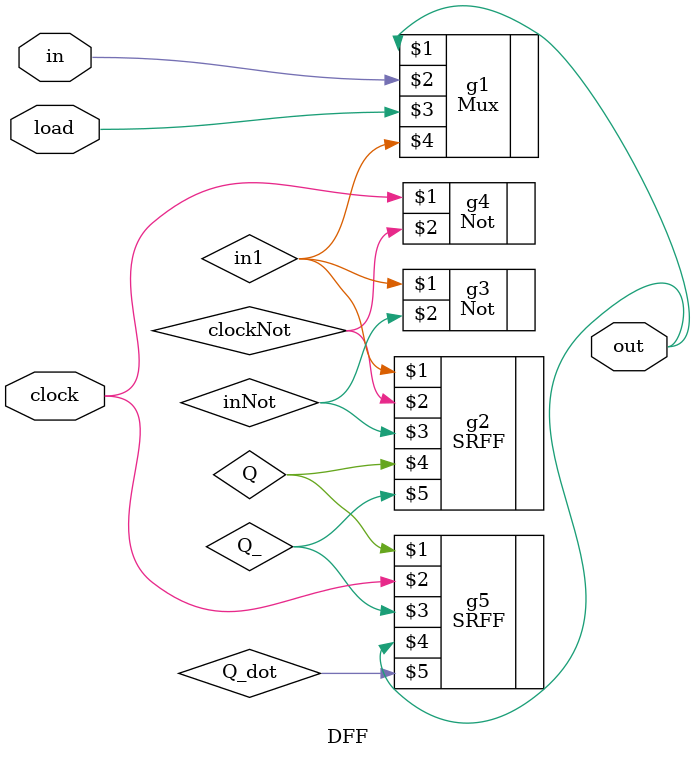
<source format=v>
module DFF(input in, clock, load, output out);
  // your code here
  wire in1,inNot,clockNot,Q,Q_,Q_dot;
  Mux g1(out,in,load,in1);
  Not g3(in1,inNot);
  Not g4(clock,clockNot);
  SRFF g2(in1,clockNot,inNot,Q, Q_);
  SRFF g5(Q,clock,Q_,out, Q_dot);

endmodule


</source>
